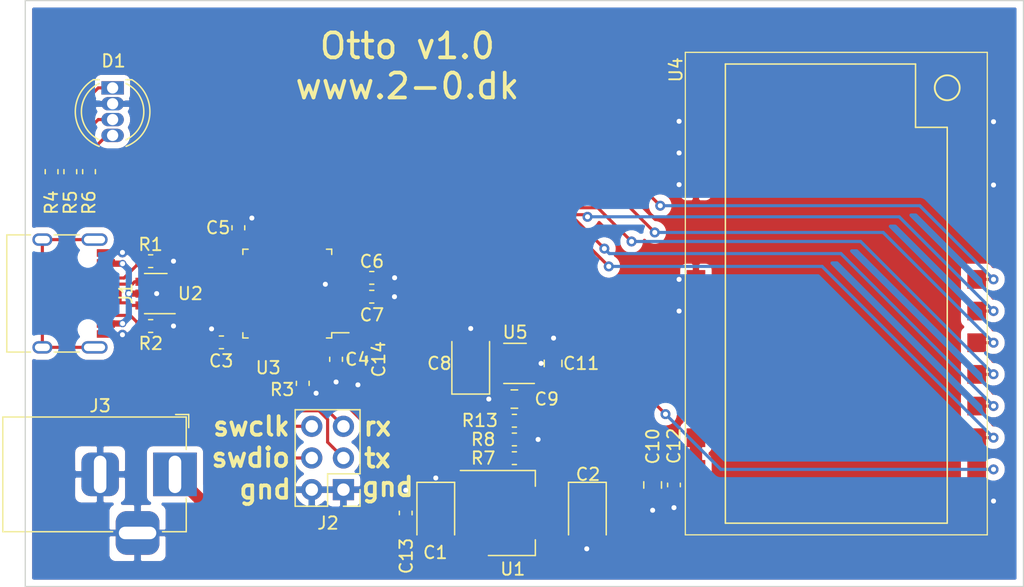
<source format=kicad_pcb>
(kicad_pcb (version 20171130) (host pcbnew 5.1.8-db9833491~87~ubuntu20.04.1)
  (title_block (title Otto) (date 2020-11-24) (rev v1.0) (company www.2-0.dk))
  (layers (0 F.Cu signal) (31 B.Cu signal) (34 B.Paste user) (35 F.Paste user) (36 B.SilkS user) (37 F.SilkS user) (38 B.Mask user) (39 F.Mask user) (44 Edge.Cuts user))
  (net 0 "")
  (net 1 GND)
  (net 2 vusb)
  (net 3 +3V3)
  (net 4 "Net-(D1-Pad1)")
  (net 5 "Net-(J1-PadB5)")
  (net 6 usb_dp)
  (net 7 usb_dm)
  (net 8 "Net-(J1-PadA5)")
  (net 9 led1_red)
  (net 10 led1_green)
  (net 11 "Net-(D1-Pad4)")
  (net 12 "Net-(D1-Pad3)")
  (net 13 led1_blue)
  (net 14 boot0)
  (net 15 nrst)
  (net 16 uart_tx)
  (net 17 swdio)
  (net 18 uart_rx)
  (net 19 swclk)
  (net 20 +5V)
  (net 21 spi_sck)
  (net 22 spi_miso)
  (net 23 spi_mosi)
  (net 24 "Net-(C1-Pad2)")
  (net 25 "Net-(C9-Pad1)")
  (net 26 dac_adj)
  (net 27 "Net-(J1-PadS1)")
  (net 28 radio_rxen)
  (net 29 radio_nrst)
  (net 30 radio_nss)
  (net 31 radio_txen)
  (net 32 radio_dio2)
  (net 33 radio_dio1)
  (net 34 radio_busy)
  (module Capacitor_SMD:C_0603_1608Metric (layer F.Cu) (at 171.99 128.85 270)
    (fp_text reference C12 (at -3.13 0.01 90) (layer F.SilkS))
    (fp_text value 100n)
    (pad 2 smd roundrect (at 0.775 0 270) (size 0.9 0.95) (layers F.Cu F.Paste F.Mask) (net 1 GND))
    (pad 1 smd roundrect (at -0.775 0 270) (size 0.9 0.95) (layers F.Cu F.Paste F.Mask) (net 20 +5V))
  )
  (module Resistor_SMD:R_0603_1608Metric (layer F.Cu) (at 159.2 123.7 180)
    (fp_text reference R13 (at 2.77 0.02) (layer F.SilkS))
    (fp_text value R)
    (pad 1 smd roundrect (at -0.7875 0 180) (size 0.875 0.95) (layers F.Cu F.Paste F.Mask) (net 25 "Net-(C9-Pad1)"))
    (pad 2 smd roundrect (at 0.7875 0 180) (size 0.875 0.95) (layers F.Cu F.Paste F.Mask) (net 26 dac_adj))
  )
  (module Package_QFP:LQFP-48_7x7mm_P0.5mm (layer F.Cu) (at 141 113.5 180)
    (fp_text reference U3 (at 1.53 -5.95 180) (layer F.SilkS))
    (fp_text value STM32F072C8Tx)
    (pad 1 smd rect (at -4.35 -2.75 180) (size 1.3 0.25) (layers F.Cu F.Paste F.Mask) (net 3 +3V3))
    (pad 2 smd rect (at -4.35 -2.25 180) (size 1.3 0.25) (layers F.Cu F.Paste F.Mask))
    (pad 3 smd rect (at -4.35 -1.75 180) (size 1.3 0.25) (layers F.Cu F.Paste F.Mask) (net 33 radio_dio1))
    (pad 4 smd rect (at -4.35 -1.25 180) (size 1.3 0.25) (layers F.Cu F.Paste F.Mask) (net 32 radio_dio2))
    (pad 5 smd rect (at -4.35 -0.75 180) (size 1.3 0.25) (layers F.Cu F.Paste F.Mask))
    (pad 6 smd rect (at -4.35 -0.25 180) (size 1.3 0.25) (layers F.Cu F.Paste F.Mask))
    (pad 7 smd rect (at -4.35 0.25 180) (size 1.3 0.25) (layers F.Cu F.Paste F.Mask) (net 15 nrst))
    (pad 8 smd rect (at -4.35 0.75 180) (size 1.3 0.25) (layers F.Cu F.Paste F.Mask) (net 1 GND))
    (pad 9 smd rect (at -4.35 1.25 180) (size 1.3 0.25) (layers F.Cu F.Paste F.Mask) (net 3 +3V3))
    (pad 10 smd rect (at -4.35 1.75 180) (size 1.3 0.25) (layers F.Cu F.Paste F.Mask))
    (pad 11 smd rect (at -4.35 2.25 180) (size 1.3 0.25) (layers F.Cu F.Paste F.Mask) (net 31 radio_txen))
    (pad 12 smd rect (at -4.35 2.75 180) (size 1.3 0.25) (layers F.Cu F.Paste F.Mask) (net 28 radio_rxen))
    (pad 13 smd rect (at -2.75 4.35 270) (size 1.3 0.25) (layers F.Cu F.Paste F.Mask) (net 34 radio_busy))
    (pad 14 smd rect (at -2.25 4.35 270) (size 1.3 0.25) (layers F.Cu F.Paste F.Mask) (net 29 radio_nrst))
    (pad 15 smd rect (at -1.75 4.35 270) (size 1.3 0.25) (layers F.Cu F.Paste F.Mask) (net 21 spi_sck))
    (pad 16 smd rect (at -1.25 4.35 270) (size 1.3 0.25) (layers F.Cu F.Paste F.Mask) (net 22 spi_miso))
    (pad 17 smd rect (at -0.75 4.35 270) (size 1.3 0.25) (layers F.Cu F.Paste F.Mask) (net 23 spi_mosi))
    (pad 18 smd rect (at -0.25 4.35 270) (size 1.3 0.25) (layers F.Cu F.Paste F.Mask) (net 30 radio_nss))
    (pad 19 smd rect (at 0.25 4.35 270) (size 1.3 0.25) (layers F.Cu F.Paste F.Mask))
    (pad 20 smd rect (at 0.75 4.35 270) (size 1.3 0.25) (layers F.Cu F.Paste F.Mask))
    (pad 21 smd rect (at 1.25 4.35 270) (size 1.3 0.25) (layers F.Cu F.Paste F.Mask))
    (pad 22 smd rect (at 1.75 4.35 270) (size 1.3 0.25) (layers F.Cu F.Paste F.Mask))
    (pad 23 smd rect (at 2.25 4.35 270) (size 1.3 0.25) (layers F.Cu F.Paste F.Mask) (net 1 GND))
    (pad 24 smd rect (at 2.75 4.35 270) (size 1.3 0.25) (layers F.Cu F.Paste F.Mask) (net 3 +3V3))
    (pad 25 smd rect (at 4.35 2.75 180) (size 1.3 0.25) (layers F.Cu F.Paste F.Mask))
    (pad 26 smd rect (at 4.35 2.25 180) (size 1.3 0.25) (layers F.Cu F.Paste F.Mask) (net 13 led1_blue))
    (pad 27 smd rect (at 4.35 1.75 180) (size 1.3 0.25) (layers F.Cu F.Paste F.Mask) (net 10 led1_green))
    (pad 28 smd rect (at 4.35 1.25 180) (size 1.3 0.25) (layers F.Cu F.Paste F.Mask) (net 9 led1_red))
    (pad 29 smd rect (at 4.35 0.75 180) (size 1.3 0.25) (layers F.Cu F.Paste F.Mask))
    (pad 30 smd rect (at 4.35 0.25 180) (size 1.3 0.25) (layers F.Cu F.Paste F.Mask))
    (pad 31 smd rect (at 4.35 -0.25 180) (size 1.3 0.25) (layers F.Cu F.Paste F.Mask))
    (pad 32 smd rect (at 4.35 -0.75 180) (size 1.3 0.25) (layers F.Cu F.Paste F.Mask) (net 7 usb_dm))
    (pad 33 smd rect (at 4.35 -1.25 180) (size 1.3 0.25) (layers F.Cu F.Paste F.Mask) (net 6 usb_dp))
    (pad 34 smd rect (at 4.35 -1.75 180) (size 1.3 0.25) (layers F.Cu F.Paste F.Mask) (net 17 swdio))
    (pad 35 smd rect (at 4.35 -2.25 180) (size 1.3 0.25) (layers F.Cu F.Paste F.Mask) (net 1 GND))
    (pad 36 smd rect (at 4.35 -2.75 180) (size 1.3 0.25) (layers F.Cu F.Paste F.Mask) (net 3 +3V3))
    (pad 37 smd rect (at 2.75 -4.35 270) (size 1.3 0.25) (layers F.Cu F.Paste F.Mask) (net 19 swclk))
    (pad 38 smd rect (at 2.25 -4.35 270) (size 1.3 0.25) (layers F.Cu F.Paste F.Mask))
    (pad 39 smd rect (at 1.75 -4.35 270) (size 1.3 0.25) (layers F.Cu F.Paste F.Mask))
    (pad 40 smd rect (at 1.25 -4.35 270) (size 1.3 0.25) (layers F.Cu F.Paste F.Mask))
    (pad 41 smd rect (at 0.75 -4.35 270) (size 1.3 0.25) (layers F.Cu F.Paste F.Mask))
    (pad 42 smd rect (at 0.25 -4.35 270) (size 1.3 0.25) (layers F.Cu F.Paste F.Mask) (net 16 uart_tx))
    (pad 43 smd rect (at -0.25 -4.35 270) (size 1.3 0.25) (layers F.Cu F.Paste F.Mask) (net 18 uart_rx))
    (pad 44 smd rect (at -0.75 -4.35 270) (size 1.3 0.25) (layers F.Cu F.Paste F.Mask) (net 14 boot0))
    (pad 45 smd rect (at -1.25 -4.35 270) (size 1.3 0.25) (layers F.Cu F.Paste F.Mask))
    (pad 46 smd rect (at -1.75 -4.35 270) (size 1.3 0.25) (layers F.Cu F.Paste F.Mask) (net 26 dac_adj))
    (pad 47 smd rect (at -2.25 -4.35 270) (size 1.3 0.25) (layers F.Cu F.Paste F.Mask) (net 1 GND))
    (pad 48 smd rect (at -2.75 -4.35 270) (size 1.3 0.25) (layers F.Cu F.Paste F.Mask) (net 3 +3V3))
  )
  (module Resistor_SMD:R_0603_1608Metric (layer F.Cu) (at 130.05 110.9 180)
    (fp_text reference R1 (at 0.01 1.34 180) (layer F.SilkS))
    (fp_text value 5k1)
    (pad 1 smd roundrect (at -0.7875 0 180) (size 0.875 0.95) (layers F.Cu F.Paste F.Mask) (net 1 GND))
    (pad 2 smd roundrect (at 0.7875 0 180) (size 0.875 0.95) (layers F.Cu F.Paste F.Mask) (net 8 "Net-(J1-PadA5)"))
  )
  (module Capacitor_SMD:C_0603_1608Metric (layer F.Cu) (at 135.72 117.41 180)
    (fp_text reference C3 (at 0.02 -1.49) (layer F.SilkS))
    (fp_text value 100n)
    (pad 2 smd roundrect (at 0.7875 0 180) (size 0.875 0.95) (layers F.Cu F.Paste F.Mask) (net 1 GND))
    (pad 1 smd roundrect (at -0.7875 0 180) (size 0.875 0.95) (layers F.Cu F.Paste F.Mask) (net 3 +3V3))
  )
  (module Capacitor_SMD:C_0603_1608Metric (layer F.Cu) (at 144.91 118.77 270)
    (fp_text reference C4 (at 0 -1.69) (layer F.SilkS))
    (fp_text value 100n)
    (pad 1 smd roundrect (at -0.7875 0 270) (size 0.875 0.95) (layers F.Cu F.Paste F.Mask) (net 3 +3V3))
    (pad 2 smd roundrect (at 0.7875 0 270) (size 0.875 0.95) (layers F.Cu F.Paste F.Mask) (net 1 GND))
  )
  (module Capacitor_SMD:C_0603_1608Metric (layer F.Cu) (at 137.08 108.22 90)
    (fp_text reference C5 (at 0 -1.63 180) (layer F.SilkS))
    (fp_text value 100n)
    (pad 2 smd roundrect (at 0.7875 0 90) (size 0.875 0.95) (layers F.Cu F.Paste F.Mask) (net 1 GND))
    (pad 1 smd roundrect (at -0.7875 0 90) (size 0.875 0.95) (layers F.Cu F.Paste F.Mask) (net 3 +3V3))
  )
  (module Capacitor_SMD:C_0603_1608Metric (layer F.Cu) (at 147.77 112.24)
    (fp_text reference C6 (at 0.01 -1.32 180) (layer F.SilkS))
    (fp_text value 100n)
    (pad 1 smd roundrect (at -0.7875 0) (size 0.875 0.95) (layers F.Cu F.Paste F.Mask) (net 3 +3V3))
    (pad 2 smd roundrect (at 0.7875 0) (size 0.875 0.95) (layers F.Cu F.Paste F.Mask) (net 1 GND))
  )
  (module Capacitor_SMD:C_0603_1608Metric (layer F.Cu) (at 147.77 113.75)
    (fp_text reference C7 (at 0.01 1.46 180) (layer F.SilkS))
    (fp_text value 100n)
    (pad 1 smd roundrect (at -0.7875 0) (size 0.875 0.95) (layers F.Cu F.Paste F.Mask) (net 15 nrst))
    (pad 2 smd roundrect (at 0.7875 0) (size 0.875 0.95) (layers F.Cu F.Paste F.Mask) (net 1 GND))
  )
  (module Resistor_SMD:R_0603_1608Metric (layer F.Cu) (at 130.05 116.1 180)
    (fp_text reference R2 (at -0.01 -1.4 180) (layer F.SilkS))
    (fp_text value 5k1)
    (pad 2 smd roundrect (at 0.7875 0 180) (size 0.875 0.95) (layers F.Cu F.Paste F.Mask) (net 5 "Net-(J1-PadB5)"))
    (pad 1 smd roundrect (at -0.7875 0 180) (size 0.875 0.95) (layers F.Cu F.Paste F.Mask) (net 1 GND))
  )
  (module Resistor_SMD:R_0603_1608Metric (layer F.Cu) (at 142.24 120.7 270)
    (fp_text reference R3 (at 0.5 1.65 180) (layer F.SilkS))
    (fp_text value 100k)
    (pad 1 smd roundrect (at -0.7875 0 270) (size 0.875 0.95) (layers F.Cu F.Paste F.Mask) (net 14 boot0))
    (pad 2 smd roundrect (at 0.7875 0 270) (size 0.875 0.95) (layers F.Cu F.Paste F.Mask) (net 1 GND))
  )
  (module Resistor_SMD:R_0603_1608Metric (layer F.Cu) (at 122.11 103.72 90)
    (fp_text reference R4 (at -2.48 -0.01 90) (layer F.SilkS))
    (fp_text value 470)
    (pad 1 smd roundrect (at -0.7875 0 90) (size 0.875 0.95) (layers F.Cu F.Paste F.Mask) (net 9 led1_red))
    (pad 2 smd roundrect (at 0.7875 0 90) (size 0.875 0.95) (layers F.Cu F.Paste F.Mask) (net 4 "Net-(D1-Pad1)"))
  )
  (module Resistor_SMD:R_0603_1608Metric (layer F.Cu) (at 123.61 103.72 90)
    (fp_text reference R5 (at -2.48 0 90) (layer F.SilkS))
    (fp_text value 470)
    (pad 2 smd roundrect (at 0.7875 0 90) (size 0.875 0.95) (layers F.Cu F.Paste F.Mask) (net 12 "Net-(D1-Pad3)"))
    (pad 1 smd roundrect (at -0.7875 0 90) (size 0.875 0.95) (layers F.Cu F.Paste F.Mask) (net 10 led1_green))
  )
  (module Resistor_SMD:R_0603_1608Metric (layer F.Cu) (at 125.11 103.72 90)
    (fp_text reference R6 (at -2.48 -0.01 90) (layer F.SilkS))
    (fp_text value 470)
    (pad 1 smd roundrect (at -0.7875 0 90) (size 0.875 0.95) (layers F.Cu F.Paste F.Mask) (net 13 led1_blue))
    (pad 2 smd roundrect (at 0.7875 0 90) (size 0.875 0.95) (layers F.Cu F.Paste F.Mask) (net 11 "Net-(D1-Pad4)"))
  )
  (module Resistor_SMD:R_0603_1608Metric (layer F.Cu) (at 159.2 126.7 180)
    (fp_text reference R7 (at 2.5 0 180) (layer F.SilkS))
    (fp_text value R)
    (pad 2 smd roundrect (at 0.7875 0 180) (size 0.875 0.95) (layers F.Cu F.Paste F.Mask) (net 25 "Net-(C9-Pad1)"))
    (pad 1 smd roundrect (at -0.7875 0 180) (size 0.875 0.95) (layers F.Cu F.Paste F.Mask) (net 20 +5V))
  )
  (module LED_THT:LED_D5.0mm-4 (layer F.Cu) (at 127 97 270)
    (fp_text reference D1 (at -2.16 -0.07) (layer F.SilkS))
    (fp_text value LED_RCGB)
    (pad 4 thru_hole oval (at 3.81 0 270) (size 1.07 1.8) (drill 0.9) (layers *.Cu *.Mask) (net 11 "Net-(D1-Pad4)"))
    (pad 3 thru_hole oval (at 2.54 0 270) (size 1.07 1.8) (drill 0.9) (layers *.Cu *.Mask) (net 12 "Net-(D1-Pad3)"))
    (pad 2 thru_hole oval (at 1.27 0 270) (size 1.07 1.8) (drill 0.9) (layers *.Cu *.Mask) (net 1 GND))
    (pad 1 thru_hole rect (at 0 0 270) (size 1.07 1.8) (drill 0.9) (layers *.Cu *.Mask) (net 4 "Net-(D1-Pad1)"))
  )
  (module Resistor_SMD:R_0603_1608Metric (layer F.Cu) (at 159.2 125.2)
    (fp_text reference R8 (at -2.5 0) (layer F.SilkS))
    (fp_text value R)
    (pad 1 smd roundrect (at -0.7875 0) (size 0.875 0.95) (layers F.Cu F.Paste F.Mask) (net 25 "Net-(C9-Pad1)"))
    (pad 2 smd roundrect (at 0.7875 0) (size 0.875 0.95) (layers F.Cu F.Paste F.Mask) (net 1 GND))
  )
  (module Connector_PinHeader_2.54mm:PinHeader_2x03_P2.54mm_Vertical (layer F.Cu) (at 145.5 129.225 180)
    (fp_text reference J2 (at 1.24 -2.685) (layer F.SilkS))
    (fp_text value Debug)
    (pad 1 thru_hole rect (at 0 0 180) (size 1.7 1.7) (drill 1) (layers *.Cu *.Mask) (net 1 GND))
    (pad 2 thru_hole oval (at 2.54 0 180) (size 1.7 1.7) (drill 1) (layers *.Cu *.Mask) (net 1 GND))
    (pad 3 thru_hole oval (at 0 2.54 180) (size 1.7 1.7) (drill 1) (layers *.Cu *.Mask) (net 16 uart_tx))
    (pad 4 thru_hole oval (at 2.54 2.54 180) (size 1.7 1.7) (drill 1) (layers *.Cu *.Mask) (net 17 swdio))
    (pad 5 thru_hole oval (at 0 5.08 180) (size 1.7 1.7) (drill 1) (layers *.Cu *.Mask) (net 18 uart_rx))
    (pad 6 thru_hole oval (at 2.54 5.08 180) (size 1.7 1.7) (drill 1) (layers *.Cu *.Mask) (net 19 swclk))
  )
  (module Capacitor_Tantalum_SMD:CP_EIA-3528-12_Kemet-T (layer F.Cu) (at 155.7 119.1 90)
    (fp_text reference C8 (at 0 -2.51) (layer F.SilkS))
    (fp_text value 10u)
    (pad 1 smd roundrect (at -1.5375 0 90) (size 1.325 2.35) (layers F.Cu F.Paste F.Mask) (roundrect_rratio 0.1886784905660377) (net 3 +3V3))
    (pad 2 smd roundrect (at 1.5375 0 90) (size 1.325 2.35) (layers F.Cu F.Paste F.Mask) (roundrect_rratio 0.1886784905660377) (net 1 GND))
  )
  (module Connector_BarrelJack:BarrelJack_Horizontal (layer F.Cu) (at 132 128)
    (fp_text reference J3 (at -6 -5.5) (layer F.SilkS))
    (fp_text value 9V)
    (pad 1 thru_hole rect (at 0 0) (size 3.5 3.5) (drill oval 1 3) (layers *.Cu *.Mask) (net 24 "Net-(C1-Pad2)"))
    (pad 2 thru_hole roundrect (at -6 0) (size 3 3.5) (drill oval 1 3) (layers *.Cu *.Mask) (net 1 GND))
    (pad 3 thru_hole roundrect (at -3 4.7) (size 3.5 3.5) (drill oval 3 1) (layers *.Cu *.Mask) (net 1 GND))
  )
  (module Package_TO_SOT_SMD:SOT-223-3_TabPin2 (layer F.Cu) (at 158.97 131.1)
    (fp_text reference U1 (at 0.1 4.5) (layer F.SilkS))
    (fp_text value AMS1117)
    (pad 2 smd rect (at 3.15 0) (size 2 3.8) (layers F.Cu F.Paste F.Mask) (net 20 +5V))
    (pad 2 smd rect (at -3.15 0) (size 2 1.5) (layers F.Cu F.Paste F.Mask) (net 20 +5V))
    (pad 3 smd rect (at -3.15 2.3) (size 2 1.5) (layers F.Cu F.Paste F.Mask) (net 24 "Net-(C1-Pad2)"))
    (pad 1 smd rect (at -3.15 -2.3) (size 2 1.5) (layers F.Cu F.Paste F.Mask) (net 25 "Net-(C9-Pad1)"))
  )
  (module Capacitor_Tantalum_SMD:CP_EIA-3528-12_Kemet-T (layer F.Cu) (at 152.9 131.1 270)
    (fp_text reference C1 (at 3.17 0.04) (layer F.SilkS))
    (fp_text value 10u)
    (pad 2 smd roundrect (at 1.5375 0 270) (size 1.325 2.35) (layers F.Cu F.Paste F.Mask) (roundrect_rratio 0.1886784905660377) (net 24 "Net-(C1-Pad2)"))
    (pad 1 smd roundrect (at -1.5375 0 270) (size 1.325 2.35) (layers F.Cu F.Paste F.Mask) (roundrect_rratio 0.1886784905660377) (net 1 GND))
  )
  (module Capacitor_Tantalum_SMD:CP_EIA-3528-12_Kemet-T (layer F.Cu) (at 165.05 131.1 270)
    (fp_text reference C2 (at -3.1 -0.05) (layer F.SilkS))
    (fp_text value 10u)
    (pad 1 smd roundrect (at -1.5375 0 270) (size 1.325 2.35) (layers F.Cu F.Paste F.Mask) (roundrect_rratio 0.1886784905660377) (net 20 +5V))
    (pad 2 smd roundrect (at 1.5375 0 270) (size 1.325 2.35) (layers F.Cu F.Paste F.Mask) (roundrect_rratio 0.1886784905660377) (net 1 GND))
  )
  (module Capacitor_SMD:C_0805_2012Metric (layer F.Cu) (at 170.28 128.85 270)
    (fp_text reference C10 (at -3.1 -0.01 90) (layer F.SilkS))
    (fp_text value 10u)
    (pad 1 smd roundrect (at -0.9375 0 270) (size 0.975 1.4) (layers F.Cu F.Paste F.Mask) (net 20 +5V))
    (pad 2 smd roundrect (at 0.9375 0 270) (size 0.975 1.4) (layers F.Cu F.Paste F.Mask) (net 1 GND))
  )
  (module Capacitor_SMD:C_0805_2012Metric (layer F.Cu) (at 162.3 119.1 90)
    (fp_text reference C11 (at 0 2.25 180) (layer F.SilkS))
    (fp_text value 1u)
    (pad 1 smd roundrect (at -0.9375 0 90) (size 0.975 1.4) (layers F.Cu F.Paste F.Mask) (net 20 +5V))
    (pad 2 smd roundrect (at 0.9375 0 90) (size 0.975 1.4) (layers F.Cu F.Paste F.Mask) (net 1 GND))
  )
  (module Capacitor_SMD:C_0805_2012Metric (layer F.Cu) (at 159.2 121.96 180)
    (fp_text reference C9 (at -2.59 0) (layer F.SilkS))
    (fp_text value 10u)
    (pad 1 smd roundrect (at -0.95 0 180) (size 1 1.45) (layers F.Cu F.Paste F.Mask) (net 25 "Net-(C9-Pad1)"))
    (pad 2 smd roundrect (at 0.95 0 180) (size 1 1.45) (layers F.Cu F.Paste F.Mask) (net 1 GND))
  )
  (module Connector_USB:USB_C_Receptacle_HRO_TYPE-C-31-M-12 (layer F.Cu) (at 122.42 113.49 270)
    (fp_text reference J1 (at 0 -5.645 90) (layer F.SilkS))
    (fp_text value USB-C)
    (pad S1 thru_hole oval (at 4.32 1.05 270) (size 1 1.6) (drill oval 0.6 1.2) (layers *.Cu *.Mask) (net 27 "Net-(J1-PadS1)"))
    (pad "" np_thru_hole circle (at 2.89 -2.6 270) (size 0.65 0.65) (drill 0.65) (layers *.Cu *.Mask))
    (pad S1 thru_hole oval (at -4.32 1.05 270) (size 1 1.6) (drill oval 0.6 1.2) (layers *.Cu *.Mask) (net 27 "Net-(J1-PadS1)"))
    (pad "" np_thru_hole circle (at -2.89 -2.6 270) (size 0.65 0.65) (drill 0.65) (layers *.Cu *.Mask))
    (pad S1 thru_hole oval (at -4.32 -3.13 270) (size 1 2.1) (drill oval 0.6 1.7) (layers *.Cu *.Mask) (net 27 "Net-(J1-PadS1)"))
    (pad S1 thru_hole oval (at 4.32 -3.13 270) (size 1 2.1) (drill oval 0.6 1.7) (layers *.Cu *.Mask) (net 27 "Net-(J1-PadS1)"))
    (pad A6 smd rect (at -0.25 -4.045 270) (size 0.3 1.45) (layers F.Cu F.Paste F.Mask) (net 6 usb_dp))
    (pad B5 smd rect (at 1.75 -4.045 270) (size 0.3 1.45) (layers F.Cu F.Paste F.Mask) (net 5 "Net-(J1-PadB5)"))
    (pad A8 smd rect (at 1.25 -4.045 270) (size 0.3 1.45) (layers F.Cu F.Paste F.Mask))
    (pad B6 smd rect (at 0.75 -4.045 270) (size 0.3 1.45) (layers F.Cu F.Paste F.Mask) (net 6 usb_dp))
    (pad A7 smd rect (at 0.25 -4.045 270) (size 0.3 1.45) (layers F.Cu F.Paste F.Mask) (net 7 usb_dm))
    (pad B7 smd rect (at -0.75 -4.045 270) (size 0.3 1.45) (layers F.Cu F.Paste F.Mask) (net 7 usb_dm))
    (pad A5 smd rect (at -1.25 -4.045 270) (size 0.3 1.45) (layers F.Cu F.Paste F.Mask) (net 8 "Net-(J1-PadA5)"))
    (pad B8 smd rect (at -1.75 -4.045 270) (size 0.3 1.45) (layers F.Cu F.Paste F.Mask))
    (pad A12 smd rect (at 3.25 -4.045 270) (size 0.6 1.45) (layers F.Cu F.Paste F.Mask) (net 1 GND))
    (pad B4 smd rect (at 2.45 -4.045 270) (size 0.6 1.45) (layers F.Cu F.Paste F.Mask) (net 2 vusb))
    (pad A4 smd rect (at -2.45 -4.045 270) (size 0.6 1.45) (layers F.Cu F.Paste F.Mask) (net 2 vusb))
    (pad A1 smd rect (at -3.25 -4.045 270) (size 0.6 1.45) (layers F.Cu F.Paste F.Mask) (net 1 GND))
    (pad B12 smd rect (at -3.25 -4.045 270) (size 0.6 1.45) (layers F.Cu F.Paste F.Mask) (net 1 GND))
    (pad B9 smd rect (at -2.45 -4.045 270) (size 0.6 1.45) (layers F.Cu F.Paste F.Mask) (net 2 vusb))
    (pad A9 smd rect (at 2.45 -4.045 270) (size 0.6 1.45) (layers F.Cu F.Paste F.Mask) (net 2 vusb))
    (pad B1 smd rect (at 3.25 -4.045 270) (size 0.6 1.45) (layers F.Cu F.Paste F.Mask) (net 1 GND))
  )
  (module Package_TO_SOT_SMD:SOT-23-6 (layer F.Cu) (at 130.46 113.5 180)
    (fp_text reference U2 (at -2.77 0) (layer F.SilkS))
    (fp_text value SRV05-4)
    (pad 1 smd rect (at -1.1 -0.95 180) (size 1.06 0.65) (layers F.Cu F.Paste F.Mask) (net 6 usb_dp))
    (pad 2 smd rect (at -1.1 0 180) (size 1.06 0.65) (layers F.Cu F.Paste F.Mask) (net 1 GND))
    (pad 3 smd rect (at -1.1 0.95 180) (size 1.06 0.65) (layers F.Cu F.Paste F.Mask) (net 7 usb_dm))
    (pad 4 smd rect (at 1.1 0.95 180) (size 1.06 0.65) (layers F.Cu F.Paste F.Mask) (net 7 usb_dm))
    (pad 6 smd rect (at 1.1 -0.95 180) (size 1.06 0.65) (layers F.Cu F.Paste F.Mask) (net 6 usb_dp))
    (pad 5 smd rect (at 1.1 0 180) (size 1.06 0.65) (layers F.Cu F.Paste F.Mask) (net 2 vusb))
  )
  (module otto:E22-400M30S (layer F.Cu) (at 185 113.5 270)
    (fp_text reference U4 (at -17.95 12.85 90) (layer F.SilkS))
    (fp_text value E22-400M30S)
    (pad 16 smd rect (at 6.48 -11.25 270) (size 1.5 1.5) (layers F.Cu F.Paste F.Mask) (net 22 spi_miso))
    (pad 15 smd rect (at 9.02 -11.25 270) (size 1.5 1.5) (layers F.Cu F.Paste F.Mask) (net 29 radio_nrst))
    (pad 14 smd rect (at 11.56 -11.25 270) (size 1.5 1.5) (layers F.Cu F.Paste F.Mask) (net 34 radio_busy))
    (pad 13 smd rect (at 14.1 -11.25 270) (size 1.5 1.5) (layers F.Cu F.Paste F.Mask) (net 33 radio_dio1))
    (pad 12 smd rect (at 16.64 -11.25 270) (size 1.5 1.5) (layers F.Cu F.Paste F.Mask) (net 1 GND))
    (pad 11 smd rect (at 16.64 11.25 270) (size 1.5 1.5) (layers F.Cu F.Paste F.Mask) (net 1 GND))
    (pad 10 smd rect (at 14.1 11.25 270) (size 1.5 1.5) (layers F.Cu F.Paste F.Mask) (net 20 +5V))
    (pad 9 smd rect (at 11.56 11.25 270) (size 1.5 1.5) (layers F.Cu F.Paste F.Mask) (net 20 +5V))
    (pad 8 smd rect (at 9.02 11.25 270) (size 1.5 1.5) (layers F.Cu F.Paste F.Mask) (net 32 radio_dio2))
    (pad 7 smd rect (at 6.48 11.25 270) (size 1.5 1.5) (layers F.Cu F.Paste F.Mask) (net 31 radio_txen))
    (pad 6 smd rect (at 3.94 11.25 270) (size 1.5 1.5) (layers F.Cu F.Paste F.Mask) (net 28 radio_rxen))
    (pad 5 smd rect (at 1.4 11.25 270) (size 1.5 1.5) (layers F.Cu F.Paste F.Mask) (net 1 GND))
    (pad 4 smd rect (at -1.14 11.25 270) (size 1.5 1.5) (layers F.Cu F.Paste F.Mask) (net 1 GND))
    (pad 3 smd rect (at -8.74 11.25 270) (size 1.5 1.5) (layers F.Cu F.Paste F.Mask) (net 1 GND))
    (pad 2 smd rect (at -11.28 11.25 270) (size 1.5 1.5) (layers F.Cu F.Paste F.Mask) (net 1 GND))
    (pad 1 smd rect (at -13.82 11.25 270) (size 1.5 1.5) (layers F.Cu F.Paste F.Mask) (net 1 GND))
    (pad 17 smd rect (at 3.94 -11.25 270) (size 1.5 1.5) (layers F.Cu F.Paste F.Mask) (net 23 spi_mosi))
    (pad 18 smd rect (at 1.4 -11.25 270) (size 1.5 1.5) (layers F.Cu F.Paste F.Mask) (net 21 spi_sck))
    (pad 19 smd rect (at -1.14 -11.25 270) (size 1.5 1.5) (layers F.Cu F.Paste F.Mask) (net 30 radio_nss))
    (pad 20 smd rect (at -8.71 -11.25 270) (size 1.5 1.5) (layers F.Cu F.Paste F.Mask) (net 1 GND))
    (pad 21 smd rect (at -11.25 -11.25 270) (size 1.5 1.5) (layers F.Cu F.Paste F.Mask))
    (pad 22 smd rect (at -13.79 -11.25 270) (size 1.5 1.5) (layers F.Cu F.Paste F.Mask) (net 1 GND))
  )
  (module Package_TO_SOT_SMD:SOT-23-5 (layer F.Cu) (at 159.25 119.1 180)
    (fp_text reference U5 (at -0.01 2.5) (layer F.SilkS))
    (fp_text value LP5907MFX-3.3)
    (pad 1 smd rect (at -1.1 -0.95 180) (size 1.06 0.65) (layers F.Cu F.Paste F.Mask) (net 20 +5V))
    (pad 2 smd rect (at -1.1 0 180) (size 1.06 0.65) (layers F.Cu F.Paste F.Mask) (net 1 GND))
    (pad 3 smd rect (at -1.1 0.95 180) (size 1.06 0.65) (layers F.Cu F.Paste F.Mask) (net 20 +5V))
    (pad 4 smd rect (at 1.1 0.95 180) (size 1.06 0.65) (layers F.Cu F.Paste F.Mask))
    (pad 5 smd rect (at 1.1 -0.95 180) (size 1.06 0.65) (layers F.Cu F.Paste F.Mask) (net 3 +3V3))
  )
  (module Capacitor_SMD:C_0603_1608Metric (layer F.Cu) (at 150.49 131.1 90)
    (fp_text reference C13 (at -3.45 0.04 90) (layer F.SilkS))
    (fp_text value 100n)
    (pad 1 smd roundrect (at -0.775 0 90) (size 0.9 0.95) (layers F.Cu F.Paste F.Mask) (net 24 "Net-(C1-Pad2)"))
    (pad 2 smd roundrect (at 0.775 0 90) (size 0.9 0.95) (layers F.Cu F.Paste F.Mask) (net 1 GND))
  )
  (module Capacitor_SMD:C_0805_2012Metric (layer F.Cu) (at 146.65 118.77 270)
    (fp_text reference C14 (at 0 -1.68 90) (layer F.SilkS))
    (fp_text value 4,7u)
    (pad 1 smd roundrect (at -0.95 0 270) (size 1 1.45) (layers F.Cu F.Paste F.Mask) (net 3 +3V3))
    (pad 2 smd roundrect (at 0.95 0 270) (size 1 1.45) (layers F.Cu F.Paste F.Mask) (net 1 GND))
  )
  (gr_text "Otto v1.0\nwww.2-0.dk" (at 150.622 95.25) (layer F.SilkS) (effects (font (size 2 2) (thickness 0.3))))
  (gr_text swclk (at 138.125 124.15) (layer F.SilkS) (effects (font (size 1.5 1.5) (thickness 0.3))))
  (gr_text swdio (at 138.075 126.65) (layer F.SilkS) (effects (font (size 1.5 1.5) (thickness 0.3))))
  (gr_text gnd (at 139.225 129.2) (layer F.SilkS) (effects (font (size 1.5 1.5) (thickness 0.3))))
  (gr_text gnd (at 149.05 129) (layer F.SilkS) (effects (font (size 1.5 1.5) (thickness 0.3))))
  (gr_text rx (at 148.225 124.15) (layer F.SilkS) (effects (font (size 1.5 1.5) (thickness 0.3))))
  (gr_text tx (at 148.225 126.7) (layer F.SilkS) (effects (font (size 1.5 1.5) (thickness 0.3))))
  (gr_line (start 120 137) (end 120 90) (layer Edge.Cuts) (width 0.1))
  (gr_line (start 200 137) (end 120 137) (layer Edge.Cuts) (width 0.1))
  (gr_line (start 200 90) (end 200 137) (layer Edge.Cuts) (width 0.1))
  (gr_line (start 120 90) (end 200 90) (layer Edge.Cuts) (width 0.1))
  (via (at 171.99 130.67) (size 0.8) (drill 0.4) (layers F.Cu B.Cu) (net 1))
  (via (at 130.530002 113.5) (size 0.6) (drill 0.4) (layers F.Cu B.Cu) (net 1))
  (segment (start 131.6 113.5) (end 130.530002 113.5) (width 0.5) (layer F.Cu) (net 1))
  (via (at 144.050006 112.75) (size 0.6) (drill 0.4) (layers F.Cu B.Cu) (net 1))
  (segment (start 145.35 112.75) (end 144.050006 112.75) (width 0.25) (layer F.Cu) (net 1))
  (via (at 138.16 107.439998) (size 0.8) (drill 0.4) (layers F.Cu B.Cu) (net 1))
  (segment (start 138.152502 107.4325) (end 138.16 107.439998) (width 0.5) (layer F.Cu) (net 1))
  (segment (start 137.08 107.4325) (end 138.152502 107.4325) (width 0.5) (layer F.Cu) (net 1))
  (segment (start 138.75 108.029998) (end 138.16 107.439998) (width 0.25) (layer F.Cu) (net 1))
  (segment (start 138.75 109.15) (end 138.75 108.029998) (width 0.25) (layer F.Cu) (net 1))
  (via (at 144.91 120.59) (size 0.8) (drill 0.4) (layers F.Cu B.Cu) (net 1))
  (via (at 134.93 116.33) (size 0.8) (drill 0.4) (layers F.Cu B.Cu) (net 1))
  (segment (start 134.93 117.4075) (end 134.9325 117.41) (width 0.25) (layer F.Cu) (net 1))
  (segment (start 134.93 116.33) (end 134.93 117.4075) (width 0.5) (layer F.Cu) (net 1))
  (segment (start 135.51 115.75) (end 134.93 116.33) (width 0.25) (layer F.Cu) (net 1))
  (segment (start 136.65 115.75) (end 135.51 115.75) (width 0.25) (layer F.Cu) (net 1))
  (via (at 149.600001 112.23) (size 0.8) (drill 0.4) (layers F.Cu B.Cu) (net 1))
  (segment (start 149.590001 112.24) (end 149.600001 112.23) (width 0.25) (layer F.Cu) (net 1))
  (segment (start 148.5575 112.24) (end 149.590001 112.24) (width 0.5) (layer F.Cu) (net 1))
  (via (at 161.1 125.2) (size 0.8) (drill 0.4) (layers F.Cu B.Cu) (net 1))
  (segment (start 161.1 125.2) (end 160.057504 125.2) (width 0.25) (layer F.Cu) (net 1))
  (via (at 155.7 116.3) (size 0.8) (drill 0.4) (layers F.Cu B.Cu) (net 1))
  (segment (start 130.8375 116.1) (end 131.88 116.1) (width 0.25) (layer F.Cu) (net 1))
  (via (at 131.88 116.1) (size 0.8) (drill 0.4) (layers F.Cu B.Cu) (net 1))
  (via (at 131.879998 110.9) (size 0.8) (drill 0.4) (layers F.Cu B.Cu) (net 1))
  (segment (start 130.8375 110.9) (end 131.879998 110.9) (width 0.25) (layer F.Cu) (net 1))
  (via (at 170.28 130.88) (size 0.8) (drill 0.4) (layers F.Cu B.Cu) (net 1))
  (via (at 149.59 113.750002) (size 0.8) (drill 0.4) (layers F.Cu B.Cu) (net 1))
  (segment (start 149.589998 113.75) (end 149.59 113.750002) (width 0.25) (layer F.Cu) (net 1))
  (segment (start 148.5575 113.75) (end 149.589998 113.75) (width 0.25) (layer F.Cu) (net 1))
  (via (at 143.31 121.49) (size 0.8) (drill 0.4) (layers F.Cu B.Cu) (net 1))
  (via (at 165 133.97) (size 0.8) (drill 0.4) (layers F.Cu B.Cu) (net 1))
  (segment (start 165 132.6375) (end 165 133.97) (width 1) (layer F.Cu) (net 1))
  (via (at 152.899986 128.29) (size 0.8) (drill 0.4) (layers F.Cu B.Cu) (net 1))
  (segment (start 152.9 128.290014) (end 152.899986 128.29) (width 1) (layer F.Cu) (net 1))
  (segment (start 152.9 129.5625) (end 152.9 128.290014) (width 1) (layer F.Cu) (net 1))
  (via (at 127.788313 116.799927) (size 0.8) (drill 0.4) (layers F.Cu B.Cu) (net 1))
  (segment (start 127.728386 116.74) (end 127.788313 116.799927) (width 0.25) (layer F.Cu) (net 1))
  (segment (start 126.465 116.74) (end 127.728386 116.74) (width 0.25) (layer F.Cu) (net 1))
  (via (at 127.78889 110.200066) (size 0.8) (drill 0.4) (layers F.Cu B.Cu) (net 1))
  (segment (start 127.748956 110.24) (end 127.78889 110.200066) (width 0.25) (layer F.Cu) (net 1))
  (segment (start 126.465 110.24) (end 127.748956 110.24) (width 0.25) (layer F.Cu) (net 1))
  (segment (start 172.505 130.14) (end 171.99 129.625) (width 1) (layer F.Cu) (net 1))
  (segment (start 173.75 130.14) (end 172.505 130.14) (width 1) (layer F.Cu) (net 1))
  (segment (start 170.4425 129.625) (end 170.28 129.7875) (width 1) (layer F.Cu) (net 1))
  (segment (start 171.99 129.625) (end 170.4425 129.625) (width 1) (layer F.Cu) (net 1))
  (segment (start 170.28 129.7875) (end 170.28 130.88) (width 1) (layer F.Cu) (net 1))
  (segment (start 171.99 129.625) (end 171.99 130.67) (width 1) (layer F.Cu) (net 1))
  (via (at 150.49 129.27) (size 0.8) (drill 0.4) (layers F.Cu B.Cu) (net 1))
  (segment (start 150.49 130.325) (end 150.49 129.27) (width 1) (layer F.Cu) (net 1))
  (via (at 157.15 121.96) (size 0.8) (drill 0.4) (layers F.Cu B.Cu) (net 1))
  (segment (start 158.25 121.96) (end 157.15 121.96) (width 0.25) (layer F.Cu) (net 1))
  (via (at 161.34 119.100004) (size 0.8) (drill 0.4) (layers F.Cu B.Cu) (net 1))
  (segment (start 160.35 119.1) (end 161.339996 119.1) (width 0.5) (layer F.Cu) (net 1))
  (segment (start 161.339996 119.1) (end 161.34 119.100004) (width 0.25) (layer F.Cu) (net 1))
  (via (at 172.4 114.9) (size 0.8) (drill 0.4) (layers F.Cu B.Cu) (net 1))
  (segment (start 173.75 114.9) (end 172.4 114.9) (width 0.75) (layer F.Cu) (net 1))
  (via (at 172.4 112.36) (size 0.8) (drill 0.4) (layers F.Cu B.Cu) (net 1))
  (segment (start 173.75 112.36) (end 172.4 112.36) (width 0.75) (layer F.Cu) (net 1))
  (via (at 172.4 104.76) (size 0.8) (drill 0.4) (layers F.Cu B.Cu) (net 1))
  (segment (start 173.75 104.76) (end 172.4 104.76) (width 0.75) (layer F.Cu) (net 1))
  (via (at 172.4 102.22) (size 0.8) (drill 0.4) (layers F.Cu B.Cu) (net 1))
  (segment (start 173.75 102.22) (end 172.4 102.22) (width 0.75) (layer F.Cu) (net 1))
  (via (at 172.4 99.68) (size 0.8) (drill 0.4) (layers F.Cu B.Cu) (net 1))
  (segment (start 173.75 99.68) (end 172.4 99.68) (width 0.75) (layer F.Cu) (net 1))
  (via (at 197.6 99.71) (size 0.8) (drill 0.4) (layers F.Cu B.Cu) (net 1))
  (segment (start 196.25 99.71) (end 197.6 99.71) (width 0.75) (layer F.Cu) (net 1))
  (via (at 197.6 104.79) (size 0.8) (drill 0.4) (layers F.Cu B.Cu) (net 1))
  (segment (start 196.25 104.79) (end 197.6 104.79) (width 0.75) (layer F.Cu) (net 1))
  (via (at 197.6 130.14) (size 0.8) (drill 0.4) (layers F.Cu B.Cu) (net 1))
  (segment (start 196.25 130.14) (end 197.6 130.14) (width 0.75) (layer F.Cu) (net 1))
  (via (at 146.66 120.82) (size 0.8) (drill 0.4) (layers F.Cu B.Cu) (net 1))
  (segment (start 146.65 120.81) (end 146.66 120.82) (width 0.25) (layer F.Cu) (net 1))
  (segment (start 146.65 119.72) (end 146.65 120.81) (width 0.5) (layer F.Cu) (net 1))
  (segment (start 142.2425 121.49) (end 142.24 121.4875) (width 0.25) (layer F.Cu) (net 1))
  (segment (start 143.31 121.49) (end 142.2425 121.49) (width 0.25) (layer F.Cu) (net 1))
  (segment (start 144.91 119.5575) (end 144.91 120.59) (width 0.5) (layer F.Cu) (net 1))
  (segment (start 144.9075 119.56) (end 144.91 119.5575) (width 0.25) (layer F.Cu) (net 1))
  (segment (start 144.18391 119.5575) (end 144.91 119.5575) (width 0.25) (layer F.Cu) (net 1))
  (segment (start 143.25 118.62359) (end 144.18391 119.5575) (width 0.25) (layer F.Cu) (net 1))
  (segment (start 143.25 117.85) (end 143.25 118.62359) (width 0.25) (layer F.Cu) (net 1))
  (segment (start 162.277504 118.1625) (end 161.34 119.100004) (width 0.5) (layer F.Cu) (net 1))
  (segment (start 155.7 117.5625) (end 155.7 116.3) (width 0.5) (layer F.Cu) (net 1))
  (via (at 162.339996 117.07) (size 0.8) (drill 0.4) (layers F.Cu B.Cu) (net 1))
  (segment (start 162.339996 118.122504) (end 162.3 118.1625) (width 0.5) (layer F.Cu) (net 1))
  (segment (start 162.339996 117.07) (end 162.339996 118.122504) (width 0.5) (layer F.Cu) (net 1))
  (via (at 127.8 111.1) (size 0.6) (drill 0.4) (layers F.Cu B.Cu) (net 2))
  (via (at 127.8 115.9) (size 0.6) (drill 0.4) (layers F.Cu B.Cu) (net 2))
  (segment (start 127.8 115.9) (end 128.3 115.4) (width 0.5) (layer B.Cu) (net 2))
  (segment (start 128.3 113.075736) (end 128.3 113.5) (width 0.5) (layer B.Cu) (net 2))
  (segment (start 128.3 111.6) (end 128.3 113.075736) (width 0.5) (layer B.Cu) (net 2))
  (segment (start 128.3 115.4) (end 128.3 113.924264) (width 0.5) (layer B.Cu) (net 2))
  (segment (start 129.4 113.5) (end 128.3 113.5) (width 0.5) (layer F.Cu) (net 2))
  (segment (start 128.3 113.924264) (end 128.3 113.5) (width 0.5) (layer B.Cu) (net 2))
  (via (at 128.3 113.5) (size 0.6) (drill 0.4) (layers F.Cu B.Cu) (net 2))
  (segment (start 127.8 111.1) (end 128.3 111.6) (width 0.5) (layer B.Cu) (net 2))
  (segment (start 126.49 115.9) (end 127.8 115.9) (width 0.5) (layer F.Cu) (net 2))
  (segment (start 126.49 111.1) (end 127.8 111.1) (width 0.5) (layer F.Cu) (net 2))
  (segment (start 137.3125 109.15) (end 137.1375 108.975) (width 0.25) (layer F.Cu) (net 3))
  (segment (start 138.25 109.15) (end 137.3125 109.15) (width 0.25) (layer F.Cu) (net 3))
  (segment (start 144.6875 117.85) (end 144.8625 118.025) (width 0.25) (layer F.Cu) (net 3))
  (segment (start 143.75 117.85) (end 144.6875 117.85) (width 0.25) (layer F.Cu) (net 3))
  (segment (start 136.65 117.2675) (end 136.5075 117.41) (width 0.25) (layer F.Cu) (net 3))
  (segment (start 136.65 116.25) (end 136.65 117.2675) (width 0.25) (layer F.Cu) (net 3))
  (segment (start 138.75 115.75) (end 143.25 115.75) (width 0.5) (layer F.Cu) (net 3))
  (segment (start 138.75 111.25) (end 138.75 115.75) (width 0.5) (layer F.Cu) (net 3))
  (segment (start 143.3 115.75) (end 143.25 115.75) (width 0.25) (layer F.Cu) (net 3))
  (segment (start 144.91 117.9825) (end 144.91 117.36) (width 0.5) (layer F.Cu) (net 3))
  (segment (start 144.91 117.36) (end 143.3 115.75) (width 0.5) (layer F.Cu) (net 3))
  (segment (start 138.7 115.75) (end 138.75 115.75) (width 0.25) (layer F.Cu) (net 3))
  (segment (start 136.5075 117.41) (end 137.04 117.41) (width 0.5) (layer F.Cu) (net 3))
  (segment (start 137.04 117.41) (end 138.7 115.75) (width 0.5) (layer F.Cu) (net 3))
  (segment (start 138.75 111.215) (end 138.75 111.25) (width 0.25) (layer F.Cu) (net 3))
  (segment (start 137.08 109.545) (end 138.75 111.215) (width 0.5) (layer F.Cu) (net 3))
  (segment (start 137.08 109.0075) (end 137.08 109.545) (width 0.5) (layer F.Cu) (net 3))
  (segment (start 138.75 111.25) (end 143.25 111.25) (width 0.5) (layer F.Cu) (net 3))
  (segment (start 145.35 117.5425) (end 144.91 117.9825) (width 0.25) (layer F.Cu) (net 3))
  (segment (start 145.35 116.25) (end 145.35 117.5425) (width 0.25) (layer F.Cu) (net 3))
  (segment (start 143.45 111.25) (end 143.25 111.25) (width 0.25) (layer F.Cu) (net 3))
  (segment (start 144.45 112.25) (end 143.45 111.25) (width 0.25) (layer F.Cu) (net 3))
  (segment (start 145.35 112.25) (end 144.45 112.25) (width 0.25) (layer F.Cu) (net 3))
  (segment (start 146.9725 112.25) (end 146.9825 112.24) (width 0.25) (layer F.Cu) (net 3))
  (segment (start 145.35 112.25) (end 146.9725 112.25) (width 0.25) (layer F.Cu) (net 3))
  (segment (start 157.5625 120.6375) (end 158.15 120.05) (width 0.5) (layer F.Cu) (net 3))
  (segment (start 155.7 120.6375) (end 157.5625 120.6375) (width 0.5) (layer F.Cu) (net 3))
  (segment (start 146.4875 117.9825) (end 146.65 117.82) (width 0.5) (layer F.Cu) (net 3))
  (segment (start 144.91 117.9825) (end 146.4875 117.9825) (width 0.5) (layer F.Cu) (net 3))
  (segment (start 147.73 117.82) (end 146.65 117.82) (width 0.5) (layer F.Cu) (net 3))
  (segment (start 150.5475 120.6375) (end 147.73 117.82) (width 0.5) (layer F.Cu) (net 3))
  (segment (start 155.7 120.6375) (end 150.5475 120.6375) (width 0.5) (layer F.Cu) (net 3))
  (segment (start 122.11 102.395) (end 122.11 102.9325) (width 0.25) (layer F.Cu) (net 4))
  (segment (start 122.11 100.74) (end 122.11 102.395) (width 0.25) (layer F.Cu) (net 4))
  (segment (start 125.85 97) (end 122.11 100.74) (width 0.25) (layer F.Cu) (net 4))
  (segment (start 127 97) (end 125.85 97) (width 0.25) (layer F.Cu) (net 4))
  (segment (start 128.4125 115.25) (end 129.2625 116.1) (width 0.25) (layer F.Cu) (net 5))
  (segment (start 126.49 115.25) (end 128.4125 115.25) (width 0.25) (layer F.Cu) (net 5))
  (segment (start 128.49 114.45) (end 129.36 114.45) (width 0.25) (layer F.Cu) (net 6))
  (segment (start 128.28 114.24) (end 128.49 114.45) (width 0.25) (layer F.Cu) (net 6))
  (segment (start 126.465 114.24) (end 128.28 114.24) (width 0.25) (layer F.Cu) (net 6))
  (segment (start 127.6 114.065002) (end 127.425002 114.24) (width 0.25) (layer F.Cu) (net 6))
  (segment (start 127.6 113.414998) (end 127.6 114.065002) (width 0.25) (layer F.Cu) (net 6))
  (segment (start 127.425002 114.24) (end 126.465 114.24) (width 0.25) (layer F.Cu) (net 6))
  (segment (start 127.425002 113.24) (end 127.6 113.414998) (width 0.25) (layer F.Cu) (net 6))
  (segment (start 126.465 113.24) (end 127.425002 113.24) (width 0.25) (layer F.Cu) (net 6))
  (segment (start 129.36 114.45) (end 131.56 114.45) (width 0.25) (layer F.Cu) (net 6))
  (segment (start 131.56 114.45) (end 134.5 114.45) (width 0.25) (layer F.Cu) (net 6))
  (segment (start 134.8 114.75) (end 136.65 114.75) (width 0.25) (layer F.Cu) (net 6))
  (segment (start 134.5 114.45) (end 134.8 114.75) (width 0.25) (layer F.Cu) (net 6))
  (segment (start 126.465 112.74) (end 128.58 112.74) (width 0.25) (layer F.Cu) (net 7))
  (segment (start 128.77 112.55) (end 129.36 112.55) (width 0.25) (layer F.Cu) (net 7))
  (segment (start 128.58 112.74) (end 128.77 112.55) (width 0.25) (layer F.Cu) (net 7))
  (segment (start 125.33 112.914998) (end 125.504998 112.74) (width 0.25) (layer F.Cu) (net 7))
  (segment (start 125.504998 112.74) (end 126.465 112.74) (width 0.25) (layer F.Cu) (net 7))
  (segment (start 125.33 113.58) (end 125.33 112.914998) (width 0.25) (layer F.Cu) (net 7))
  (segment (start 125.49 113.74) (end 125.33 113.58) (width 0.25) (layer F.Cu) (net 7))
  (segment (start 126.465 113.74) (end 125.49 113.74) (width 0.25) (layer F.Cu) (net 7))
  (segment (start 129.36 112.55) (end 131.56 112.55) (width 0.25) (layer F.Cu) (net 7))
  (segment (start 135.97 114.25) (end 136.65 114.25) (width 0.25) (layer F.Cu) (net 7))
  (segment (start 135 114.25) (end 135.97 114.25) (width 0.25) (layer F.Cu) (net 7))
  (segment (start 133.3 112.55) (end 135 114.25) (width 0.25) (layer F.Cu) (net 7))
  (segment (start 131.56 112.55) (end 133.3 112.55) (width 0.25) (layer F.Cu) (net 7))
  (segment (start 127.9125 112.25) (end 129.2625 110.9) (width 0.25) (layer F.Cu) (net 8))
  (segment (start 126.49 112.25) (end 127.9125 112.25) (width 0.25) (layer F.Cu) (net 8))
  (segment (start 122.14 105.17) (end 122.14 104.5375) (width 0.25) (layer F.Cu) (net 9))
  (segment (start 135.24 112.25) (end 133.979989 110.98999) (width 0.25) (layer F.Cu) (net 9))
  (segment (start 136.65 112.25) (end 135.24 112.25) (width 0.25) (layer F.Cu) (net 9))
  (segment (start 133.979989 110.98999) (end 133.979989 108.876398) (width 0.25) (layer F.Cu) (net 9))
  (segment (start 133.979989 108.876398) (end 131.903558 106.799969) (width 0.25) (layer F.Cu) (net 9))
  (segment (start 122.14 104.5375) (end 122.11 104.5075) (width 0.25) (layer F.Cu) (net 9))
  (segment (start 131.903558 106.799969) (end 123.769969 106.799969) (width 0.25) (layer F.Cu) (net 9))
  (segment (start 123.769969 106.799969) (end 122.14 105.17) (width 0.25) (layer F.Cu) (net 9))
  (segment (start 123.61 104.969112) (end 123.61 104.5075) (width 0.25) (layer F.Cu) (net 10))
  (segment (start 135.37641 111.75) (end 134.43 110.80359) (width 0.25) (layer F.Cu) (net 10))
  (segment (start 136.65 111.75) (end 135.37641 111.75) (width 0.25) (layer F.Cu) (net 10))
  (segment (start 123.61 105.16) (end 123.61 104.969112) (width 0.25) (layer F.Cu) (net 10))
  (segment (start 134.43 110.80359) (end 134.43 108.689998) (width 0.25) (layer F.Cu) (net 10))
  (segment (start 134.43 108.689998) (end 132.089957 106.349959) (width 0.25) (layer F.Cu) (net 10))
  (segment (start 132.089957 106.349959) (end 124.799959 106.349959) (width 0.25) (layer F.Cu) (net 10))
  (segment (start 124.799959 106.349959) (end 123.61 105.16) (width 0.25) (layer F.Cu) (net 10))
  (segment (start 125.11 102.395) (end 125.11 102.9325) (width 0.25) (layer F.Cu) (net 11))
  (segment (start 125.11 102.24) (end 125.11 102.395) (width 0.25) (layer F.Cu) (net 11))
  (segment (start 127 100.81) (end 126.54 100.81) (width 0.25) (layer F.Cu) (net 11))
  (segment (start 126.54 100.81) (end 125.11 102.24) (width 0.25) (layer F.Cu) (net 11))
  (segment (start 123.61 102.395) (end 123.61 102.9325) (width 0.25) (layer F.Cu) (net 12))
  (segment (start 123.61 101.78) (end 123.61 102.395) (width 0.25) (layer F.Cu) (net 12))
  (segment (start 125.85 99.54) (end 123.61 101.78) (width 0.25) (layer F.Cu) (net 12))
  (segment (start 127 99.54) (end 125.85 99.54) (width 0.25) (layer F.Cu) (net 12))
  (segment (start 125.11 105.24) (end 125.11 104.5075) (width 0.25) (layer F.Cu) (net 13))
  (segment (start 135.51282 111.25) (end 134.880011 110.617191) (width 0.25) (layer F.Cu) (net 13))
  (segment (start 136.65 111.25) (end 135.51282 111.25) (width 0.25) (layer F.Cu) (net 13))
  (segment (start 134.880011 110.617191) (end 134.880011 108.503599) (width 0.25) (layer F.Cu) (net 13))
  (segment (start 134.880011 108.503599) (end 132.266412 105.89) (width 0.25) (layer F.Cu) (net 13))
  (segment (start 132.266412 105.89) (end 125.76 105.89) (width 0.25) (layer F.Cu) (net 13))
  (segment (start 125.76 105.89) (end 125.11 105.24) (width 0.25) (layer F.Cu) (net 13))
  (segment (start 141.75 119.4225) (end 142.24 119.9125) (width 0.25) (layer F.Cu) (net 14))
  (segment (start 141.75 117.85) (end 141.75 119.4225) (width 0.25) (layer F.Cu) (net 14))
  (segment (start 146.4825 113.25) (end 146.9825 113.75) (width 0.25) (layer F.Cu) (net 15))
  (segment (start 145.35 113.25) (end 146.4825 113.25) (width 0.25) (layer F.Cu) (net 15))
  (segment (start 144.650001 125.835001) (end 145.5 126.685) (width 0.25) (layer F.Cu) (net 16))
  (segment (start 144.23 123.59) (end 144.23 125.415) (width 0.25) (layer F.Cu) (net 16))
  (segment (start 141.6336 122.900011) (end 143.540011 122.900011) (width 0.25) (layer F.Cu) (net 16))
  (segment (start 143.540011 122.900011) (end 144.23 123.59) (width 0.25) (layer F.Cu) (net 16))
  (segment (start 140.75 122.016411) (end 141.6336 122.900011) (width 0.25) (layer F.Cu) (net 16))
  (segment (start 144.23 125.415) (end 144.650001 125.835001) (width 0.25) (layer F.Cu) (net 16))
  (segment (start 140.75 117.85) (end 140.75 122.016411) (width 0.25) (layer F.Cu) (net 16))
  (segment (start 141.655 126.685) (end 142.96 126.685) (width 0.25) (layer F.Cu) (net 17))
  (segment (start 134.09 116.09) (end 134.09 119.12) (width 0.25) (layer F.Cu) (net 17))
  (segment (start 136.65 115.25) (end 134.93 115.25) (width 0.25) (layer F.Cu) (net 17))
  (segment (start 134.09 119.12) (end 141.655 126.685) (width 0.25) (layer F.Cu) (net 17))
  (segment (start 134.93 115.25) (end 134.09 116.09) (width 0.25) (layer F.Cu) (net 17))
  (segment (start 143.795 122.44) (end 145.5 124.145) (width 0.25) (layer F.Cu) (net 18))
  (segment (start 141.81 122.44) (end 143.795 122.44) (width 0.25) (layer F.Cu) (net 18))
  (segment (start 141.25 121.88) (end 141.81 122.44) (width 0.25) (layer F.Cu) (net 18))
  (segment (start 141.25 117.85) (end 141.25 121.88) (width 0.25) (layer F.Cu) (net 18))
  (segment (start 141.185 124.145) (end 142.96 124.145) (width 0.25) (layer F.Cu) (net 19))
  (segment (start 138.25 117.85) (end 138.25 121.21) (width 0.25) (layer F.Cu) (net 19))
  (segment (start 138.25 121.21) (end 141.185 124.145) (width 0.25) (layer F.Cu) (net 19))
  (segment (start 155.82 131.1) (end 162.12 131.1) (width 1) (layer F.Cu) (net 20))
  (segment (start 155.82 131.1) (end 156.4 131.1) (width 0.25) (layer F.Cu) (net 20))
  (segment (start 163.16 130.06) (end 162.12 131.1) (width 1) (layer F.Cu) (net 20))
  (segment (start 163.16 129.7) (end 163.16 130.06) (width 1) (layer F.Cu) (net 20))
  (segment (start 164.8625 129.7) (end 163.16 129.7) (width 1) (layer F.Cu) (net 20))
  (segment (start 164.46 129.43) (end 164.5925 129.5625) (width 0.5) (layer F.Cu) (net 20))
  (segment (start 172.465 127.6) (end 171.99 128.075) (width 1) (layer F.Cu) (net 20))
  (segment (start 173.75 127.6) (end 172.465 127.6) (width 1) (layer F.Cu) (net 20))
  (segment (start 170.4425 128.075) (end 170.28 127.9125) (width 1) (layer F.Cu) (net 20))
  (segment (start 171.99 128.075) (end 170.4425 128.075) (width 1) (layer F.Cu) (net 20))
  (segment (start 166.7 127.9125) (end 165.05 129.5625) (width 1) (layer F.Cu) (net 20))
  (segment (start 170.28 127.9125) (end 166.7 127.9125) (width 1) (layer F.Cu) (net 20))
  (segment (start 165.05 122.7875) (end 162.3 120.0375) (width 0.5) (layer F.Cu) (net 20))
  (segment (start 165.05 129.5625) (end 165.05 122.7875) (width 0.5) (layer F.Cu) (net 20))
  (segment (start 162.2875 120.05) (end 162.3 120.0375) (width 0.25) (layer F.Cu) (net 20))
  (segment (start 160.35 120.05) (end 162.2875 120.05) (width 0.5) (layer F.Cu) (net 20))
  (segment (start 159.56 118.15) (end 160.35 118.15) (width 0.25) (layer F.Cu) (net 20))
  (segment (start 159.37 118.34) (end 159.56 118.15) (width 0.25) (layer F.Cu) (net 20))
  (segment (start 159.37 119.84) (end 159.37 118.34) (width 0.25) (layer F.Cu) (net 20))
  (segment (start 159.58 120.05) (end 159.37 119.84) (width 0.25) (layer F.Cu) (net 20))
  (segment (start 160.35 120.05) (end 159.58 120.05) (width 0.25) (layer F.Cu) (net 20))
  (segment (start 173.75 127.6) (end 173.75 125.06) (width 1) (layer F.Cu) (net 20))
  (segment (start 162.1875 126.7) (end 165.05 129.5625) (width 0.25) (layer F.Cu) (net 20))
  (segment (start 159.9875 126.7) (end 162.1875 126.7) (width 0.25) (layer F.Cu) (net 20))
  (via (at 197.6 114.9) (size 0.8) (drill 0.4) (layers F.Cu B.Cu) (net 21))
  (segment (start 196.25 114.9) (end 197.6 114.9) (width 0.25) (layer F.Cu) (net 21))
  (via (at 165.06 107.34) (size 0.8) (drill 0.4) (layers F.Cu B.Cu) (net 21))
  (segment (start 190.04 107.34) (end 197.6 114.9) (width 0.25) (layer B.Cu) (net 21))
  (segment (start 165.06 107.34) (end 190.04 107.34) (width 0.25) (layer B.Cu) (net 21))
  (segment (start 142.75 107.83) (end 142.75 109.15) (width 0.25) (layer F.Cu) (net 21))
  (segment (start 143.41 107.17) (end 142.75 107.83) (width 0.25) (layer F.Cu) (net 21))
  (segment (start 164.89 107.17) (end 143.41 107.17) (width 0.25) (layer F.Cu) (net 21))
  (segment (start 165.06 107.34) (end 164.89 107.17) (width 0.25) (layer F.Cu) (net 21))
  (via (at 197.6 119.97) (size 0.8) (drill 0.4) (layers F.Cu B.Cu) (net 22))
  (segment (start 197.59 119.98) (end 197.6 119.97) (width 0.25) (layer F.Cu) (net 22))
  (segment (start 196.25 119.98) (end 197.59 119.98) (width 0.25) (layer F.Cu) (net 22))
  (via (at 168.59 109.32) (size 0.8) (drill 0.4) (layers F.Cu B.Cu) (net 22))
  (segment (start 165.884999 106.614999) (end 168.59 109.32) (width 0.25) (layer F.Cu) (net 22))
  (segment (start 142.25 107.67) (end 143.305001 106.614999) (width 0.25) (layer F.Cu) (net 22))
  (segment (start 142.25 109.15) (end 142.25 107.67) (width 0.25) (layer F.Cu) (net 22))
  (segment (start 143.305001 106.614999) (end 165.884999 106.614999) (width 0.25) (layer F.Cu) (net 22))
  (segment (start 186.95 109.32) (end 197.6 119.97) (width 0.25) (layer B.Cu) (net 22))
  (segment (start 168.59 109.32) (end 186.95 109.32) (width 0.25) (layer B.Cu) (net 22))
  (via (at 197.6 117.44) (size 0.8) (drill 0.4) (layers F.Cu B.Cu) (net 23))
  (segment (start 196.25 117.44) (end 197.6 117.44) (width 0.25) (layer F.Cu) (net 23))
  (segment (start 141.75 109.15) (end 141.75 107.533589) (width 0.25) (layer F.Cu) (net 23))
  (via (at 170.45 108.59499) (size 0.8) (drill 0.4) (layers F.Cu B.Cu) (net 23))
  (segment (start 188.75499 108.59499) (end 170.45 108.59499) (width 0.25) (layer B.Cu) (net 23))
  (segment (start 197.6 117.44) (end 188.75499 108.59499) (width 0.25) (layer B.Cu) (net 23))
  (segment (start 141.75 107.533589) (end 143.118601 106.164988) (width 0.25) (layer F.Cu) (net 23))
  (segment (start 143.118601 106.164988) (end 168.019998 106.164988) (width 0.25) (layer F.Cu) (net 23))
  (segment (start 168.019998 106.164988) (end 170.45 108.59499) (width 0.25) (layer F.Cu) (net 23))
  (segment (start 153.6625 133.4) (end 155.82 133.4) (width 1) (layer F.Cu) (net 24))
  (segment (start 152.9 132.6375) (end 153.6625 133.4) (width 1) (layer F.Cu) (net 24))
  (segment (start 151.2525 132.6375) (end 150.49 131.875) (width 1) (layer F.Cu) (net 24))
  (segment (start 152.9 132.6375) (end 151.2525 132.6375) (width 1) (layer F.Cu) (net 24))
  (segment (start 135.875 131.875) (end 150.49 131.875) (width 1) (layer F.Cu) (net 24))
  (segment (start 132 128) (end 135.875 131.875) (width 1) (layer F.Cu) (net 24))
  (segment (start 158.4125 126.7) (end 158.4125 125.2) (width 0.25) (layer F.Cu) (net 25))
  (segment (start 160.15 123.5375) (end 159.9875 123.7) (width 0.25) (layer F.Cu) (net 25))
  (segment (start 160.15 121.96) (end 160.15 123.5375) (width 0.25) (layer F.Cu) (net 25))
  (segment (start 159.9125 123.7) (end 158.4125 125.2) (width 0.25) (layer F.Cu) (net 25))
  (segment (start 159.9875 123.7) (end 159.9125 123.7) (width 0.25) (layer F.Cu) (net 25))
  (segment (start 156.75 126.7) (end 156.9875 126.7) (width 0.25) (layer F.Cu) (net 25))
  (segment (start 155.82 127.63) (end 156.75 126.7) (width 0.25) (layer F.Cu) (net 25))
  (segment (start 156.9875 126.7) (end 158.4125 126.7) (width 0.25) (layer F.Cu) (net 25))
  (segment (start 155.82 128.8) (end 155.82 127.63) (width 0.25) (layer F.Cu) (net 25))
  (segment (start 157.975 123.7) (end 158.4125 123.7) (width 0.25) (layer F.Cu) (net 26))
  (segment (start 146.99 123.7) (end 157.975 123.7) (width 0.25) (layer F.Cu) (net 26))
  (segment (start 143.62 120.33) (end 146.99 123.7) (width 0.25) (layer F.Cu) (net 26))
  (segment (start 143.62 119.63) (end 143.62 120.33) (width 0.25) (layer F.Cu) (net 26))
  (segment (start 142.75 118.76) (end 143.62 119.63) (width 0.25) (layer F.Cu) (net 26))
  (segment (start 142.75 117.85) (end 142.75 118.76) (width 0.25) (layer F.Cu) (net 26))
  (segment (start 121.37 109.17) (end 125.55 109.17) (width 0.25) (layer F.Cu) (net 27))
  (segment (start 121.37 109.17) (end 121.37 117.81) (width 0.25) (layer F.Cu) (net 27))
  (segment (start 121.37 117.81) (end 125.55 117.81) (width 0.25) (layer F.Cu) (net 27))
  (segment (start 170 117.44) (end 173.75 117.44) (width 0.25) (layer F.Cu) (net 28))
  (segment (start 163.31 110.75) (end 170 117.44) (width 0.25) (layer F.Cu) (net 28))
  (segment (start 145.35 110.75) (end 163.31 110.75) (width 0.25) (layer F.Cu) (net 28))
  (via (at 197.6 122.52) (size 0.8) (drill 0.4) (layers F.Cu B.Cu) (net 29))
  (segment (start 196.25 122.52) (end 197.6 122.52) (width 0.25) (layer F.Cu) (net 29))
  (segment (start 143.25 108.25) (end 143.87999 107.62001) (width 0.25) (layer F.Cu) (net 29))
  (segment (start 143.25 109.15) (end 143.25 108.25) (width 0.25) (layer F.Cu) (net 29))
  (segment (start 164.14001 107.62001) (end 166.41 109.89) (width 0.25) (layer F.Cu) (net 29))
  (via (at 166.41 109.89) (size 0.8) (drill 0.4) (layers F.Cu B.Cu) (net 29))
  (segment (start 143.87999 107.62001) (end 164.14001 107.62001) (width 0.25) (layer F.Cu) (net 29))
  (segment (start 185.369999 110.289999) (end 197.6 122.52) (width 0.25) (layer B.Cu) (net 29))
  (segment (start 166.809999 110.289999) (end 185.369999 110.289999) (width 0.25) (layer B.Cu) (net 29))
  (segment (start 166.41 109.89) (end 166.809999 110.289999) (width 0.25) (layer B.Cu) (net 29))
  (via (at 197.600024 112.360024) (size 0.8) (drill 0.4) (layers F.Cu B.Cu) (net 30))
  (segment (start 196.25 112.36) (end 197.6 112.36) (width 0.25) (layer F.Cu) (net 30))
  (segment (start 197.6 112.36) (end 197.600024 112.360024) (width 0.25) (layer F.Cu) (net 30))
  (via (at 170.89 106.45) (size 0.8) (drill 0.4) (layers F.Cu B.Cu) (net 30))
  (segment (start 191.69 106.45) (end 197.600024 112.360024) (width 0.25) (layer B.Cu) (net 30))
  (segment (start 170.89 106.45) (end 191.69 106.45) (width 0.25) (layer B.Cu) (net 30))
  (segment (start 141.25 109.15) (end 141.25 107.39718) (width 0.25) (layer F.Cu) (net 30))
  (segment (start 141.25 107.39718) (end 142.932202 105.714978) (width 0.25) (layer F.Cu) (net 30))
  (segment (start 142.932202 105.714978) (end 170.154979 105.714979) (width 0.25) (layer F.Cu) (net 30))
  (segment (start 170.154979 105.714979) (end 170.89 106.45) (width 0.25) (layer F.Cu) (net 30))
  (segment (start 171.03 119.98) (end 173.75 119.98) (width 0.25) (layer F.Cu) (net 31))
  (segment (start 145.35 111.25) (end 162.3 111.25) (width 0.25) (layer F.Cu) (net 31))
  (segment (start 162.3 111.25) (end 171.03 119.98) (width 0.25) (layer F.Cu) (net 31))
  (segment (start 172.17 122.52) (end 173.75 122.52) (width 0.25) (layer F.Cu) (net 32))
  (segment (start 164.4 114.75) (end 172.17 122.52) (width 0.25) (layer F.Cu) (net 32))
  (segment (start 145.35 114.75) (end 164.4 114.75) (width 0.25) (layer F.Cu) (net 32))
  (via (at 197.6 127.6) (size 0.8) (drill 0.4) (layers F.Cu B.Cu) (net 33))
  (segment (start 196.25 127.6) (end 197.6 127.6) (width 0.25) (layer F.Cu) (net 33))
  (segment (start 163.39 115.25) (end 171.31 123.17) (width 0.25) (layer F.Cu) (net 33))
  (via (at 171.31 123.17) (size 0.8) (drill 0.4) (layers F.Cu B.Cu) (net 33))
  (segment (start 145.35 115.25) (end 163.39 115.25) (width 0.25) (layer F.Cu) (net 33))
  (segment (start 175.74 127.6) (end 197.6 127.6) (width 0.25) (layer B.Cu) (net 33))
  (segment (start 171.31 123.17) (end 175.74 127.6) (width 0.25) (layer B.Cu) (net 33))
  (via (at 197.6 125.06) (size 0.8) (drill 0.4) (layers F.Cu B.Cu) (net 34))
  (segment (start 196.25 125.06) (end 197.6 125.06) (width 0.25) (layer F.Cu) (net 34))
  (via (at 166.764303 111.32) (size 0.8) (drill 0.4) (layers F.Cu B.Cu) (net 34))
  (segment (start 143.75 109.15) (end 164.594303 109.15) (width 0.25) (layer F.Cu) (net 34))
  (segment (start 164.594303 109.15) (end 166.764303 111.32) (width 0.25) (layer F.Cu) (net 34))
  (segment (start 197.6 125.06) (end 183.86 111.32) (width 0.25) (layer B.Cu) (net 34))
  (segment (start 183.86 111.32) (end 166.764303 111.32) (width 0.25) (layer B.Cu) (net 34))
  (zone (net 1) (net_name GND) (layer B.Cu) (connect_pads (clearance 0.508)) (min_thickness 0.254) (fill yes (arc_segments 16) (thermal_gap 0.508) (thermal_bridge_width 0.508))
    (polygon (pts (xy 120 90) (xy 200 90) (xy 200 137) (xy 120 137)))
  )
  (zone (net 1) (net_name GND) (layer B.Cu) (connect_pads (clearance 0.508)) (min_thickness 0.254) (fill yes (arc_segments 32) (thermal_gap 0.508) (thermal_bridge_width 0.508))
    (polygon (pts (xy 200 137) (xy 120 137) (xy 120 90) (xy 200 90)))
  )
  (zone (net 1) (net_name GND) (layer F.Cu) (connect_pads (clearance 0.508)) (min_thickness 0.254) (fill yes (arc_segments 32) (thermal_gap 0.508) (thermal_bridge_width 0.508))
    (polygon (pts (xy 200 137) (xy 120 137) (xy 120 90) (xy 200 90)))
  )
)
</source>
